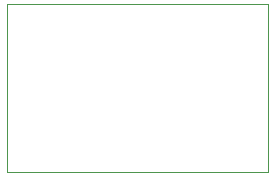
<source format=gbr>
%TF.GenerationSoftware,KiCad,Pcbnew,7.0.5*%
%TF.CreationDate,2023-06-08T09:16:16-06:00*%
%TF.ProjectId,VoltageRegulator,566f6c74-6167-4655-9265-67756c61746f,rev?*%
%TF.SameCoordinates,Original*%
%TF.FileFunction,Profile,NP*%
%FSLAX46Y46*%
G04 Gerber Fmt 4.6, Leading zero omitted, Abs format (unit mm)*
G04 Created by KiCad (PCBNEW 7.0.5) date 2023-06-08 09:16:16*
%MOMM*%
%LPD*%
G01*
G04 APERTURE LIST*
%TA.AperFunction,Profile*%
%ADD10C,0.100000*%
%TD*%
G04 APERTURE END LIST*
D10*
X152273000Y-91313000D02*
X152273000Y-105537000D01*
X152273000Y-105537000D02*
X130175000Y-105537000D01*
X130175000Y-91313000D02*
X152273000Y-91313000D01*
X130175000Y-105537000D02*
X130175000Y-91313000D01*
M02*

</source>
